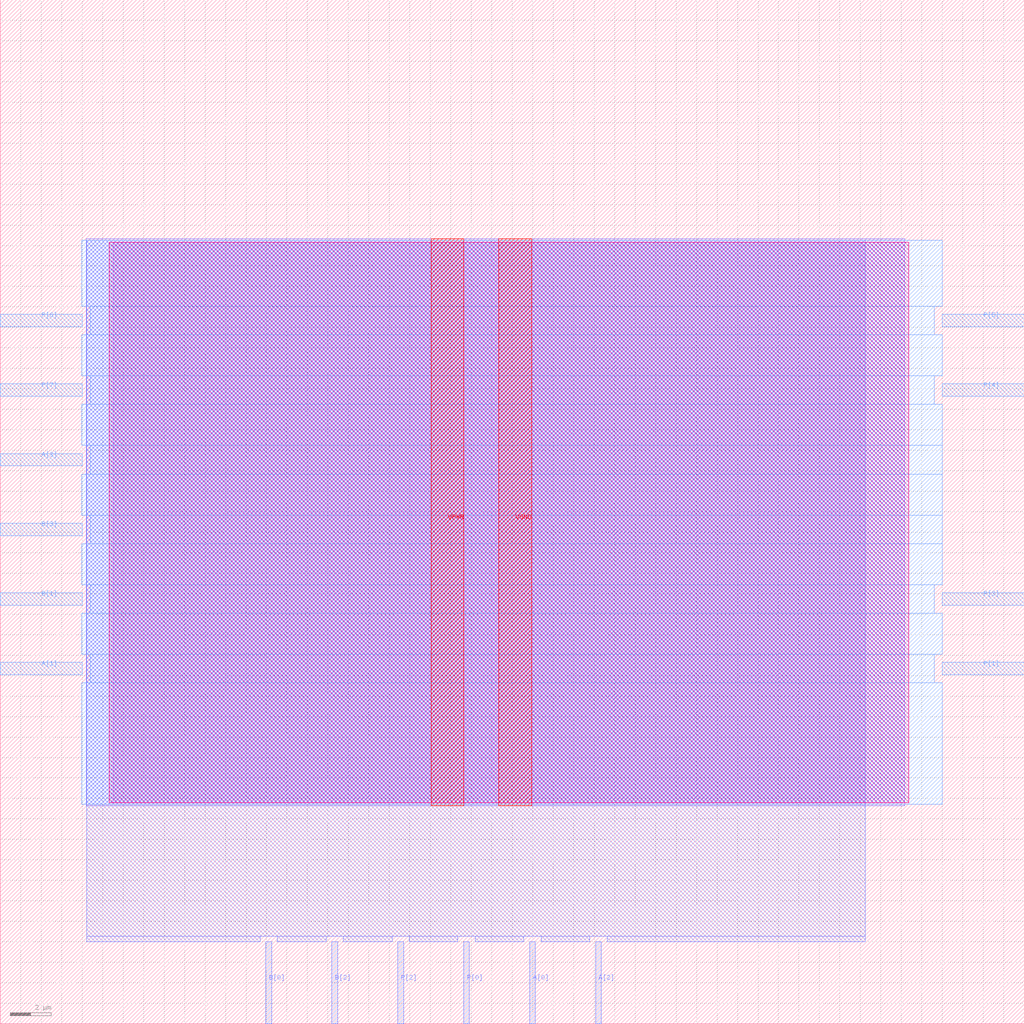
<source format=lef>
VERSION 5.7 ;
  NOWIREEXTENSIONATPIN ON ;
  DIVIDERCHAR "/" ;
  BUSBITCHARS "[]" ;
MACRO mult4_SARSANPASOS_VENTAJA_RUIDO_e8_SARSA_RUIDO_e9_SARSA_RUIDO_e9_SARSA_RUIDO_e9
  CLASS BLOCK ;
  FOREIGN mult4_SARSANPASOS_VENTAJA_RUIDO_e8_SARSA_RUIDO_e9_SARSA_RUIDO_e9_SARSA_RUIDO_e9 ;
  ORIGIN 0.000 0.000 ;
  SIZE 50.000 BY 50.000 ;
  PIN A[0]
    DIRECTION INPUT ;
    USE SIGNAL ;
    ANTENNAGATEAREA 0.196500 ;
    PORT
      LAYER met2 ;
        RECT 25.850 0.000 26.130 4.000 ;
    END
  END A[0]
  PIN A[1]
    DIRECTION INPUT ;
    USE SIGNAL ;
    ANTENNAGATEAREA 0.196500 ;
    PORT
      LAYER met3 ;
        RECT 0.000 17.040 4.000 17.640 ;
    END
  END A[1]
  PIN A[2]
    DIRECTION INPUT ;
    USE SIGNAL ;
    ANTENNAGATEAREA 0.213000 ;
    PORT
      LAYER met2 ;
        RECT 29.070 0.000 29.350 4.000 ;
    END
  END A[2]
  PIN A[3]
    DIRECTION INPUT ;
    USE SIGNAL ;
    ANTENNAGATEAREA 0.196500 ;
    PORT
      LAYER met3 ;
        RECT 0.000 27.240 4.000 27.840 ;
    END
  END A[3]
  PIN B[0]
    DIRECTION INPUT ;
    USE SIGNAL ;
    ANTENNAGATEAREA 0.196500 ;
    PORT
      LAYER met2 ;
        RECT 12.970 0.000 13.250 4.000 ;
    END
  END B[0]
  PIN B[1]
    DIRECTION INPUT ;
    USE SIGNAL ;
    ANTENNAGATEAREA 0.126000 ;
    PORT
      LAYER met3 ;
        RECT 0.000 20.440 4.000 21.040 ;
    END
  END B[1]
  PIN B[2]
    DIRECTION INPUT ;
    USE SIGNAL ;
    ANTENNAGATEAREA 0.196500 ;
    PORT
      LAYER met2 ;
        RECT 16.190 0.000 16.470 4.000 ;
    END
  END B[2]
  PIN B[3]
    DIRECTION INPUT ;
    USE SIGNAL ;
    ANTENNAGATEAREA 0.213000 ;
    PORT
      LAYER met3 ;
        RECT 0.000 23.840 4.000 24.440 ;
    END
  END B[3]
  PIN P[0]
    DIRECTION OUTPUT ;
    USE SIGNAL ;
    ANTENNADIFFAREA 0.445500 ;
    PORT
      LAYER met2 ;
        RECT 22.630 0.000 22.910 4.000 ;
    END
  END P[0]
  PIN P[1]
    DIRECTION OUTPUT ;
    USE SIGNAL ;
    ANTENNADIFFAREA 0.445500 ;
    PORT
      LAYER met3 ;
        RECT 46.000 17.040 50.000 17.640 ;
    END
  END P[1]
  PIN P[2]
    DIRECTION OUTPUT ;
    USE SIGNAL ;
    ANTENNADIFFAREA 0.445500 ;
    PORT
      LAYER met2 ;
        RECT 19.410 0.000 19.690 4.000 ;
    END
  END P[2]
  PIN P[3]
    DIRECTION OUTPUT ;
    USE SIGNAL ;
    ANTENNADIFFAREA 0.445500 ;
    PORT
      LAYER met3 ;
        RECT 46.000 20.440 50.000 21.040 ;
    END
  END P[3]
  PIN P[4]
    DIRECTION OUTPUT ;
    USE SIGNAL ;
    ANTENNADIFFAREA 0.445500 ;
    PORT
      LAYER met3 ;
        RECT 46.000 30.640 50.000 31.240 ;
    END
  END P[4]
  PIN P[5]
    DIRECTION OUTPUT ;
    USE SIGNAL ;
    ANTENNADIFFAREA 0.445500 ;
    PORT
      LAYER met3 ;
        RECT 46.000 34.040 50.000 34.640 ;
    END
  END P[5]
  PIN P[6]
    DIRECTION OUTPUT ;
    USE SIGNAL ;
    ANTENNADIFFAREA 0.445500 ;
    PORT
      LAYER met3 ;
        RECT 0.000 34.040 4.000 34.640 ;
    END
  END P[6]
  PIN P[7]
    DIRECTION OUTPUT ;
    USE SIGNAL ;
    ANTENNADIFFAREA 0.445500 ;
    PORT
      LAYER met3 ;
        RECT 0.000 30.640 4.000 31.240 ;
    END
  END P[7]
  PIN VGND
    DIRECTION INOUT ;
    USE GROUND ;
    PORT
      LAYER met4 ;
        RECT 24.340 10.640 25.940 38.320 ;
    END
  END VGND
  PIN VPWR
    DIRECTION INOUT ;
    USE POWER ;
    PORT
      LAYER met4 ;
        RECT 21.040 10.640 22.640 38.320 ;
    END
  END VPWR
  OBS
      LAYER nwell ;
        RECT 5.330 10.795 44.350 38.165 ;
      LAYER li1 ;
        RECT 5.520 10.795 44.160 38.165 ;
      LAYER met1 ;
        RECT 4.210 10.640 44.160 38.320 ;
      LAYER met2 ;
        RECT 4.230 4.280 42.230 38.265 ;
        RECT 4.230 4.000 12.690 4.280 ;
        RECT 13.530 4.000 15.910 4.280 ;
        RECT 16.750 4.000 19.130 4.280 ;
        RECT 19.970 4.000 22.350 4.280 ;
        RECT 23.190 4.000 25.570 4.280 ;
        RECT 26.410 4.000 28.790 4.280 ;
        RECT 29.630 4.000 42.230 4.280 ;
      LAYER met3 ;
        RECT 3.990 35.040 46.000 38.245 ;
        RECT 4.400 33.640 45.600 35.040 ;
        RECT 3.990 31.640 46.000 33.640 ;
        RECT 4.400 30.240 45.600 31.640 ;
        RECT 3.990 28.240 46.000 30.240 ;
        RECT 4.400 26.840 46.000 28.240 ;
        RECT 3.990 24.840 46.000 26.840 ;
        RECT 4.400 23.440 46.000 24.840 ;
        RECT 3.990 21.440 46.000 23.440 ;
        RECT 4.400 20.040 45.600 21.440 ;
        RECT 3.990 18.040 46.000 20.040 ;
        RECT 4.400 16.640 45.600 18.040 ;
        RECT 3.990 10.715 46.000 16.640 ;
  END
END mult4_SARSANPASOS_VENTAJA_RUIDO_e8_SARSA_RUIDO_e9_SARSA_RUIDO_e9_SARSA_RUIDO_e9
END LIBRARY


</source>
